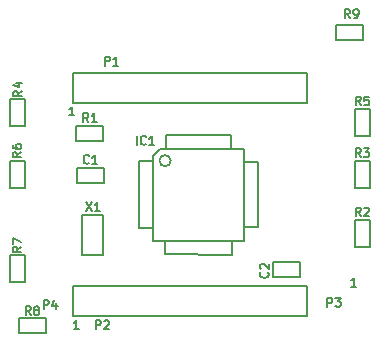
<source format=gto>
G04 (created by PCBNEW (2013-jul-07)-stable) date Mon 01 Feb 2016 05:31:18 PM PST*
%MOIN*%
G04 Gerber Fmt 3.4, Leading zero omitted, Abs format*
%FSLAX34Y34*%
G01*
G70*
G90*
G04 APERTURE LIST*
%ADD10C,0.00590551*%
%ADD11C,0.0059*%
%ADD12C,0.005*%
%ADD13C,0.006*%
%ADD14C,0.008*%
G04 APERTURE END LIST*
G54D10*
G54D11*
X50255Y-37403D02*
X50255Y-37108D01*
X50367Y-37108D01*
X50395Y-37122D01*
X50409Y-37136D01*
X50423Y-37164D01*
X50423Y-37206D01*
X50409Y-37234D01*
X50395Y-37248D01*
X50367Y-37262D01*
X50255Y-37262D01*
X50522Y-37108D02*
X50704Y-37108D01*
X50606Y-37220D01*
X50648Y-37220D01*
X50676Y-37234D01*
X50690Y-37248D01*
X50704Y-37276D01*
X50704Y-37347D01*
X50690Y-37375D01*
X50676Y-37389D01*
X50648Y-37403D01*
X50564Y-37403D01*
X50536Y-37389D01*
X50522Y-37375D01*
X40806Y-37481D02*
X40806Y-37186D01*
X40918Y-37186D01*
X40946Y-37200D01*
X40960Y-37214D01*
X40974Y-37242D01*
X40974Y-37284D01*
X40960Y-37312D01*
X40946Y-37326D01*
X40918Y-37340D01*
X40806Y-37340D01*
X41227Y-37284D02*
X41227Y-37481D01*
X41157Y-37172D02*
X41087Y-37383D01*
X41269Y-37383D01*
X41974Y-38150D02*
X41805Y-38150D01*
X41890Y-38150D02*
X41890Y-37855D01*
X41861Y-37897D01*
X41833Y-37925D01*
X41805Y-37939D01*
X51226Y-36733D02*
X51057Y-36733D01*
X51142Y-36733D02*
X51142Y-36438D01*
X51113Y-36480D01*
X51085Y-36508D01*
X51057Y-36522D01*
X41816Y-31024D02*
X41647Y-31024D01*
X41732Y-31024D02*
X41732Y-30729D01*
X41704Y-30772D01*
X41676Y-30800D01*
X41647Y-30814D01*
G54D12*
X50534Y-27998D02*
X51434Y-27998D01*
X51434Y-27998D02*
X51434Y-28498D01*
X51434Y-28498D02*
X50534Y-28498D01*
X50534Y-28498D02*
X50534Y-27998D01*
X39963Y-37781D02*
X40863Y-37781D01*
X40863Y-37781D02*
X40863Y-38281D01*
X40863Y-38281D02*
X39963Y-38281D01*
X39963Y-38281D02*
X39963Y-37781D01*
X40171Y-35691D02*
X40171Y-36591D01*
X40171Y-36591D02*
X39671Y-36591D01*
X39671Y-36591D02*
X39671Y-35691D01*
X39671Y-35691D02*
X40171Y-35691D01*
X40171Y-32542D02*
X40171Y-33442D01*
X40171Y-33442D02*
X39671Y-33442D01*
X39671Y-33442D02*
X39671Y-32542D01*
X39671Y-32542D02*
X40171Y-32542D01*
X51667Y-30809D02*
X51667Y-31709D01*
X51667Y-31709D02*
X51167Y-31709D01*
X51167Y-31709D02*
X51167Y-30809D01*
X51167Y-30809D02*
X51667Y-30809D01*
X40171Y-30494D02*
X40171Y-31394D01*
X40171Y-31394D02*
X39671Y-31394D01*
X39671Y-31394D02*
X39671Y-30494D01*
X39671Y-30494D02*
X40171Y-30494D01*
X51667Y-32542D02*
X51667Y-33442D01*
X51667Y-33442D02*
X51167Y-33442D01*
X51167Y-33442D02*
X51167Y-32542D01*
X51167Y-32542D02*
X51667Y-32542D01*
X51167Y-35410D02*
X51167Y-34510D01*
X51167Y-34510D02*
X51667Y-34510D01*
X51667Y-34510D02*
X51667Y-35410D01*
X51667Y-35410D02*
X51167Y-35410D01*
X41892Y-31383D02*
X42792Y-31383D01*
X42792Y-31383D02*
X42792Y-31883D01*
X42792Y-31883D02*
X41892Y-31883D01*
X41892Y-31883D02*
X41892Y-31383D01*
G54D13*
X47944Y-34751D02*
X47494Y-34751D01*
X47944Y-32571D02*
X47504Y-32571D01*
X47944Y-34751D02*
X47944Y-32571D01*
X47064Y-35221D02*
X47064Y-35651D01*
X44854Y-35231D02*
X44854Y-35651D01*
X44844Y-35651D02*
X47064Y-35661D01*
X44864Y-31681D02*
X47034Y-31671D01*
X44434Y-32371D02*
X44434Y-35201D01*
X47044Y-31681D02*
X47044Y-32091D01*
X44684Y-32131D02*
X47464Y-32131D01*
X47484Y-35211D02*
X47484Y-32171D01*
X44434Y-35211D02*
X47434Y-35211D01*
X43984Y-32541D02*
X43984Y-34761D01*
X43984Y-34761D02*
X44434Y-34761D01*
X44438Y-32361D02*
X44668Y-32131D01*
X43986Y-32541D02*
X44438Y-32541D01*
X44864Y-32131D02*
X44864Y-31679D01*
X45035Y-32535D02*
G75*
G03X45035Y-32535I-188J0D01*
G74*
G01*
G54D12*
X48447Y-35911D02*
X49347Y-35911D01*
X49347Y-35911D02*
X49347Y-36411D01*
X49347Y-36411D02*
X48447Y-36411D01*
X48447Y-36411D02*
X48447Y-35911D01*
X42812Y-33261D02*
X41912Y-33261D01*
X41912Y-33261D02*
X41912Y-32761D01*
X41912Y-32761D02*
X42812Y-32761D01*
X42812Y-32761D02*
X42812Y-33261D01*
G54D13*
X49568Y-29617D02*
X49568Y-30617D01*
X41768Y-29617D02*
X41768Y-30617D01*
X41768Y-29617D02*
X49568Y-29617D01*
X49568Y-30617D02*
X41768Y-30617D01*
X49568Y-36705D02*
X49568Y-37705D01*
X41768Y-36705D02*
X41768Y-37705D01*
X41768Y-36705D02*
X49568Y-36705D01*
X49568Y-37705D02*
X41768Y-37705D01*
G54D14*
X42775Y-34331D02*
X42775Y-35669D01*
X42775Y-35669D02*
X42067Y-35669D01*
X42067Y-35669D02*
X42067Y-34331D01*
X42067Y-34331D02*
X42775Y-34331D01*
G54D11*
X51014Y-27776D02*
X50915Y-27635D01*
X50845Y-27776D02*
X50845Y-27481D01*
X50957Y-27481D01*
X50985Y-27495D01*
X51000Y-27509D01*
X51014Y-27537D01*
X51014Y-27579D01*
X51000Y-27607D01*
X50985Y-27621D01*
X50957Y-27635D01*
X50845Y-27635D01*
X51154Y-27776D02*
X51210Y-27776D01*
X51238Y-27762D01*
X51252Y-27748D01*
X51280Y-27706D01*
X51295Y-27650D01*
X51295Y-27537D01*
X51280Y-27509D01*
X51266Y-27495D01*
X51238Y-27481D01*
X51182Y-27481D01*
X51154Y-27495D01*
X51140Y-27509D01*
X51126Y-27537D01*
X51126Y-27607D01*
X51140Y-27635D01*
X51154Y-27650D01*
X51182Y-27664D01*
X51238Y-27664D01*
X51266Y-27650D01*
X51280Y-27635D01*
X51295Y-27607D01*
X40364Y-37678D02*
X40265Y-37537D01*
X40195Y-37678D02*
X40195Y-37383D01*
X40308Y-37383D01*
X40336Y-37397D01*
X40350Y-37411D01*
X40364Y-37439D01*
X40364Y-37481D01*
X40350Y-37509D01*
X40336Y-37523D01*
X40308Y-37537D01*
X40195Y-37537D01*
X40532Y-37509D02*
X40504Y-37495D01*
X40490Y-37481D01*
X40476Y-37453D01*
X40476Y-37439D01*
X40490Y-37411D01*
X40504Y-37397D01*
X40532Y-37383D01*
X40588Y-37383D01*
X40617Y-37397D01*
X40631Y-37411D01*
X40645Y-37439D01*
X40645Y-37453D01*
X40631Y-37481D01*
X40617Y-37495D01*
X40588Y-37509D01*
X40532Y-37509D01*
X40504Y-37523D01*
X40490Y-37537D01*
X40476Y-37566D01*
X40476Y-37622D01*
X40490Y-37650D01*
X40504Y-37664D01*
X40532Y-37678D01*
X40588Y-37678D01*
X40617Y-37664D01*
X40631Y-37650D01*
X40645Y-37622D01*
X40645Y-37566D01*
X40631Y-37537D01*
X40617Y-37523D01*
X40588Y-37509D01*
X40060Y-35403D02*
X39919Y-35501D01*
X40060Y-35572D02*
X39765Y-35572D01*
X39765Y-35459D01*
X39779Y-35431D01*
X39793Y-35417D01*
X39821Y-35403D01*
X39863Y-35403D01*
X39891Y-35417D01*
X39905Y-35431D01*
X39919Y-35459D01*
X39919Y-35572D01*
X39765Y-35305D02*
X39765Y-35108D01*
X40060Y-35234D01*
X40060Y-32253D02*
X39919Y-32352D01*
X40060Y-32422D02*
X39765Y-32422D01*
X39765Y-32310D01*
X39779Y-32281D01*
X39793Y-32267D01*
X39821Y-32253D01*
X39863Y-32253D01*
X39891Y-32267D01*
X39905Y-32281D01*
X39919Y-32310D01*
X39919Y-32422D01*
X39765Y-32001D02*
X39765Y-32057D01*
X39779Y-32085D01*
X39793Y-32099D01*
X39835Y-32127D01*
X39891Y-32141D01*
X40004Y-32141D01*
X40032Y-32127D01*
X40046Y-32113D01*
X40060Y-32085D01*
X40060Y-32029D01*
X40046Y-32001D01*
X40032Y-31986D01*
X40004Y-31972D01*
X39933Y-31972D01*
X39905Y-31986D01*
X39891Y-32001D01*
X39877Y-32029D01*
X39877Y-32085D01*
X39891Y-32113D01*
X39905Y-32127D01*
X39933Y-32141D01*
X51368Y-30690D02*
X51269Y-30549D01*
X51199Y-30690D02*
X51199Y-30395D01*
X51311Y-30395D01*
X51340Y-30409D01*
X51354Y-30423D01*
X51368Y-30451D01*
X51368Y-30493D01*
X51354Y-30521D01*
X51340Y-30535D01*
X51311Y-30549D01*
X51199Y-30549D01*
X51635Y-30395D02*
X51494Y-30395D01*
X51480Y-30535D01*
X51494Y-30521D01*
X51522Y-30507D01*
X51592Y-30507D01*
X51621Y-30521D01*
X51635Y-30535D01*
X51649Y-30563D01*
X51649Y-30634D01*
X51635Y-30662D01*
X51621Y-30676D01*
X51592Y-30690D01*
X51522Y-30690D01*
X51494Y-30676D01*
X51480Y-30662D01*
X40080Y-30206D02*
X39939Y-30304D01*
X40080Y-30375D02*
X39785Y-30375D01*
X39785Y-30262D01*
X39799Y-30234D01*
X39813Y-30220D01*
X39841Y-30206D01*
X39883Y-30206D01*
X39911Y-30220D01*
X39925Y-30234D01*
X39939Y-30262D01*
X39939Y-30375D01*
X39883Y-29953D02*
X40080Y-29953D01*
X39770Y-30024D02*
X39981Y-30094D01*
X39981Y-29911D01*
X51368Y-32422D02*
X51269Y-32282D01*
X51199Y-32422D02*
X51199Y-32127D01*
X51311Y-32127D01*
X51340Y-32141D01*
X51354Y-32155D01*
X51368Y-32183D01*
X51368Y-32225D01*
X51354Y-32253D01*
X51340Y-32268D01*
X51311Y-32282D01*
X51199Y-32282D01*
X51466Y-32127D02*
X51649Y-32127D01*
X51550Y-32239D01*
X51592Y-32239D01*
X51621Y-32253D01*
X51635Y-32268D01*
X51649Y-32296D01*
X51649Y-32366D01*
X51635Y-32394D01*
X51621Y-32408D01*
X51592Y-32422D01*
X51508Y-32422D01*
X51480Y-32408D01*
X51466Y-32394D01*
X51368Y-34391D02*
X51269Y-34250D01*
X51199Y-34391D02*
X51199Y-34096D01*
X51311Y-34096D01*
X51340Y-34110D01*
X51354Y-34124D01*
X51368Y-34152D01*
X51368Y-34194D01*
X51354Y-34222D01*
X51340Y-34236D01*
X51311Y-34250D01*
X51199Y-34250D01*
X51480Y-34124D02*
X51494Y-34110D01*
X51522Y-34096D01*
X51592Y-34096D01*
X51621Y-34110D01*
X51635Y-34124D01*
X51649Y-34152D01*
X51649Y-34180D01*
X51635Y-34222D01*
X51466Y-34391D01*
X51649Y-34391D01*
X42293Y-31241D02*
X42195Y-31100D01*
X42124Y-31241D02*
X42124Y-30946D01*
X42237Y-30946D01*
X42265Y-30960D01*
X42279Y-30974D01*
X42293Y-31002D01*
X42293Y-31044D01*
X42279Y-31072D01*
X42265Y-31086D01*
X42237Y-31100D01*
X42124Y-31100D01*
X42574Y-31241D02*
X42405Y-31241D01*
X42490Y-31241D02*
X42490Y-30946D01*
X42461Y-30988D01*
X42433Y-31016D01*
X42405Y-31030D01*
X43904Y-32008D02*
X43904Y-31713D01*
X44213Y-31980D02*
X44199Y-31994D01*
X44157Y-32008D01*
X44129Y-32008D01*
X44087Y-31994D01*
X44059Y-31966D01*
X44045Y-31938D01*
X44031Y-31882D01*
X44031Y-31840D01*
X44045Y-31784D01*
X44059Y-31755D01*
X44087Y-31727D01*
X44129Y-31713D01*
X44157Y-31713D01*
X44199Y-31727D01*
X44213Y-31741D01*
X44494Y-32008D02*
X44326Y-32008D01*
X44410Y-32008D02*
X44410Y-31713D01*
X44382Y-31755D01*
X44354Y-31784D01*
X44326Y-31798D01*
X48280Y-36249D02*
X48294Y-36264D01*
X48308Y-36306D01*
X48308Y-36334D01*
X48294Y-36376D01*
X48266Y-36404D01*
X48238Y-36418D01*
X48181Y-36432D01*
X48139Y-36432D01*
X48083Y-36418D01*
X48055Y-36404D01*
X48027Y-36376D01*
X48013Y-36334D01*
X48013Y-36306D01*
X48027Y-36264D01*
X48041Y-36249D01*
X48041Y-36137D02*
X48027Y-36123D01*
X48013Y-36095D01*
X48013Y-36025D01*
X48027Y-35997D01*
X48041Y-35983D01*
X48069Y-35969D01*
X48097Y-35969D01*
X48139Y-35983D01*
X48308Y-36151D01*
X48308Y-35969D01*
X42313Y-32610D02*
X42298Y-32625D01*
X42256Y-32639D01*
X42228Y-32639D01*
X42186Y-32625D01*
X42158Y-32596D01*
X42144Y-32568D01*
X42130Y-32512D01*
X42130Y-32470D01*
X42144Y-32414D01*
X42158Y-32386D01*
X42186Y-32358D01*
X42228Y-32344D01*
X42256Y-32344D01*
X42298Y-32358D01*
X42313Y-32372D01*
X42593Y-32639D02*
X42425Y-32639D01*
X42509Y-32639D02*
X42509Y-32344D01*
X42481Y-32386D01*
X42453Y-32414D01*
X42425Y-32428D01*
X42841Y-29363D02*
X42841Y-29068D01*
X42953Y-29068D01*
X42981Y-29082D01*
X42995Y-29096D01*
X43009Y-29124D01*
X43009Y-29166D01*
X42995Y-29194D01*
X42981Y-29208D01*
X42953Y-29222D01*
X42841Y-29222D01*
X43290Y-29363D02*
X43122Y-29363D01*
X43206Y-29363D02*
X43206Y-29068D01*
X43178Y-29110D01*
X43150Y-29138D01*
X43122Y-29152D01*
X42538Y-38150D02*
X42538Y-37855D01*
X42650Y-37855D01*
X42678Y-37869D01*
X42692Y-37883D01*
X42706Y-37911D01*
X42706Y-37953D01*
X42692Y-37981D01*
X42678Y-37995D01*
X42650Y-38009D01*
X42538Y-38009D01*
X42819Y-37883D02*
X42833Y-37869D01*
X42861Y-37855D01*
X42931Y-37855D01*
X42959Y-37869D01*
X42973Y-37883D01*
X42987Y-37911D01*
X42987Y-37939D01*
X42973Y-37981D01*
X42805Y-38150D01*
X42987Y-38150D01*
X42202Y-33918D02*
X42398Y-34213D01*
X42398Y-33918D02*
X42202Y-34213D01*
X42665Y-34213D02*
X42497Y-34213D01*
X42581Y-34213D02*
X42581Y-33918D01*
X42553Y-33961D01*
X42525Y-33989D01*
X42497Y-34003D01*
M02*

</source>
